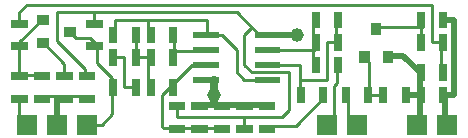
<source format=gbr>
G04 start of page 2 for group 0 idx 0 *
G04 Title: (unknown), top *
G04 Creator: pcb 20140316 *
G04 CreationDate: Mon 31 Jul 2017 07:56:20 GMT UTC *
G04 For: harold *
G04 Format: Gerber/RS-274X *
G04 PCB-Dimensions (mil): 6000.00 5000.00 *
G04 PCB-Coordinate-Origin: lower left *
%MOIN*%
%FSLAX25Y25*%
%LNTOP*%
%ADD19C,0.0340*%
%ADD18C,0.0460*%
%ADD17R,0.0200X0.0200*%
%ADD16R,0.0340X0.0340*%
%ADD15R,0.0276X0.0276*%
%ADD14C,0.0001*%
%ADD13C,0.0250*%
%ADD12C,0.0200*%
%ADD11C,0.0100*%
G54D11*X105000Y270000D02*X102500Y272500D01*
Y279500D01*
Y286500D02*Y297000D01*
Y304000D02*Y307500D01*
X105000Y310000D01*
X102500Y297500D02*Y296000D01*
X101123Y286243D02*X101380Y286500D01*
X109500D01*
G54D12*X115000Y270000D02*Y279000D01*
G54D11*X137500Y282500D02*Y292500D01*
Y282500D02*X141500D01*
Y301120D02*Y292500D01*
X137500D02*X133000D01*
X134500Y305000D02*Y300500D01*
X110000Y279500D02*X125134D01*
X130000Y270000D02*X125000D01*
X133500Y284000D02*Y273500D01*
X130000Y270000D01*
X133500Y285500D02*Y283000D01*
Y285500D02*Y282500D01*
X117500Y290300D02*Y286500D01*
X124500Y288500D02*Y286500D01*
X128500Y290500D02*X133500Y285500D01*
X110000Y305000D02*X102500Y297500D01*
X110600Y297200D02*X117500Y290300D01*
X115000Y307500D02*Y298000D01*
X124500Y288500D01*
X127500Y307500D02*Y303500D01*
X154000Y301120D02*Y292500D01*
X145500Y305000D02*Y300000D01*
X141500Y292500D02*X145500D01*
X119200Y301100D02*X121300Y299000D01*
X126000D01*
X128500Y296500D01*
Y290500D01*
G54D12*X236000Y270500D02*Y287500D01*
X244500Y270000D02*Y280000D01*
X247500D01*
X231500D02*X236000D01*
G54D11*X235900Y287500D02*X236000D01*
G54D12*X247500Y305000D02*Y280000D01*
G54D11*X243000Y287000D02*Y296500D01*
X243500Y297500D02*X240000D01*
G54D12*X247500Y305000D02*X243500D01*
G54D11*X240000Y297500D02*Y310000D01*
X218500Y280000D02*X224500D01*
G54D12*X230300Y293100D02*X235900Y287500D01*
G54D11*X236500Y297500D02*Y304500D01*
X219000Y291000D02*Y280500D01*
G54D12*X230500Y293000D02*X225000D01*
G54D11*X220500Y302500D02*X237000D01*
X217500Y292500D02*X219000Y291000D01*
X190000Y272500D02*X192500Y275000D01*
X184500Y269500D02*X194634D01*
X204500Y279500D01*
X215000Y270000D02*X212000Y273000D01*
Y279500D01*
X177500Y272500D02*Y268000D01*
X175000Y287500D02*X177500Y285000D01*
X192500Y287500D02*Y275000D01*
X196000Y290000D02*Y280000D01*
Y285000D02*X205000D01*
Y297500D01*
X208000D01*
X205000Y270000D02*X207500Y272500D01*
Y283000D01*
X208500Y284000D01*
Y289000D01*
G54D13*X167500Y285000D02*Y277500D01*
G54D11*X155000Y272500D02*X190000D01*
G54D12*X162500Y276500D02*X185000D01*
G54D11*X155000Y272500D02*Y276000D01*
X177500Y285000D02*X182500D01*
X150500Y269000D02*X169500D01*
X168000Y300000D02*X170000D01*
X175000Y295000D01*
X150500Y269000D02*X150000Y269500D01*
Y280000D02*Y270000D01*
X145500Y292500D02*Y282500D01*
X160000Y290000D02*X150000Y280000D01*
X162000Y294500D02*X153000D01*
X175000Y307500D02*X115000D01*
X134500Y305000D02*X165000D01*
X240000Y310000D02*X105000D01*
X177500Y290000D02*Y300000D01*
X180000Y302500D01*
X182500Y300000D02*X175000Y307500D01*
X165000Y305000D02*Y300000D01*
G54D12*X195000D02*X187500D01*
G54D11*X208000Y297500D02*Y305000D01*
X200500D02*Y289880D01*
X185000Y295000D02*X201000D01*
X175000D02*Y287500D01*
X180000D02*X177500Y290000D01*
X161500D02*X160000D01*
X180000Y287500D02*X192500D01*
X188500Y290000D02*X196000D01*
G54D14*G36*
X241750Y273250D02*Y266750D01*
X248250D01*
Y273250D01*
X241750D01*
G37*
G36*
X231750D02*Y266750D01*
X238250D01*
Y273250D01*
X231750D01*
G37*
G36*
X201750D02*Y266750D01*
X208250D01*
Y273250D01*
X201750D01*
G37*
G36*
X211750D02*Y266750D01*
X218250D01*
Y273250D01*
X211750D01*
G37*
G36*
X121750D02*Y266750D01*
X128250D01*
Y273250D01*
X121750D01*
G37*
G36*
X111750D02*Y266750D01*
X118250D01*
Y273250D01*
X111750D01*
G37*
G36*
X101750D02*Y266750D01*
X108250D01*
Y273250D01*
X101750D01*
G37*
G54D15*X218743Y281377D02*Y278623D01*
X211257Y281377D02*Y278623D01*
X223757Y281377D02*Y278623D01*
X196257Y281377D02*Y278623D01*
X203743Y281377D02*Y278623D01*
X208743Y291377D02*Y288623D01*
Y298877D02*Y296123D01*
X201257Y291377D02*Y288623D01*
Y298877D02*Y296123D01*
Y306377D02*Y303623D01*
G54D16*X221400Y302300D02*Y301700D01*
X217500Y293100D02*Y292500D01*
G54D15*X101123Y286243D02*X103877D01*
X101123Y278757D02*X103877D01*
X108623D02*X111377D01*
X108623Y286243D02*X111377D01*
X101123Y296257D02*X103877D01*
G54D16*X110000Y297200D02*X110600D01*
G54D15*X101123Y303743D02*X103877D01*
G54D16*X110000Y305000D02*X110600D01*
G54D15*X116123Y278757D02*X118877D01*
X116123Y286243D02*X118877D01*
X231243Y281377D02*Y278623D01*
X243743Y281377D02*Y278623D01*
X236257Y281377D02*Y278623D01*
X208743Y306377D02*Y303623D01*
X236257Y306377D02*Y303623D01*
X243743Y306377D02*Y303623D01*
Y288877D02*Y286123D01*
X236257Y288877D02*Y286123D01*
X243743Y298877D02*Y296123D01*
X236257Y298877D02*Y296123D01*
G54D16*X225300Y293100D02*Y292500D01*
G54D15*X123623Y286243D02*X126377D01*
X123623Y278757D02*X126377D01*
X133757Y283877D02*Y281123D01*
G54D16*X119200Y301100D02*X119800D01*
G54D15*X126123Y296257D02*X128877D01*
X126123Y303743D02*X128877D01*
X133757Y301377D02*Y298623D01*
X141243Y301377D02*Y298623D01*
X133757Y293877D02*Y291123D01*
X141243Y283877D02*Y281123D01*
X153743Y283877D02*Y281123D01*
X146257Y283877D02*Y281123D01*
X153743Y293877D02*Y291123D01*
X146257Y293877D02*Y291123D01*
X141243Y293877D02*Y291123D01*
X146257Y301377D02*Y298623D01*
X153743Y301377D02*Y298623D01*
G54D17*X161500Y300000D02*X168000D01*
X161500Y295000D02*X168000D01*
X161500Y290000D02*X168000D01*
X161500Y285000D02*X168000D01*
G54D15*X153623Y268757D02*X156377D01*
X153623Y276243D02*X156377D01*
X161123D02*X163877D01*
X161123Y268757D02*X163877D01*
X168623D02*X171377D01*
X168623Y276243D02*X171377D01*
X176123Y268757D02*X178877D01*
X183623D02*X186377D01*
X176123Y276243D02*X178877D01*
X183623D02*X186377D01*
G54D17*X182000Y285000D02*X188500D01*
X182000Y290000D02*X188500D01*
X182000Y295000D02*X188500D01*
X182000Y300000D02*X188500D01*
G54D18*X195000D03*
X167500Y280000D03*
G54D12*G54D19*M02*

</source>
